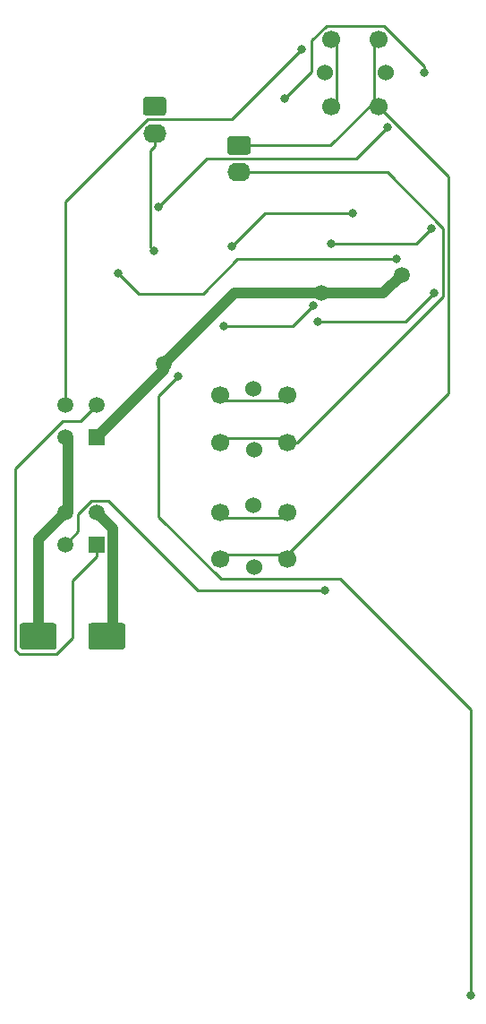
<source format=gbr>
G04 #@! TF.GenerationSoftware,KiCad,Pcbnew,(5.1.6)-1*
G04 #@! TF.CreationDate,2020-11-25T12:38:54+11:00*
G04 #@! TF.ProjectId,MasterModePushbutton,4d617374-6572-44d6-9f64-655075736862,rev?*
G04 #@! TF.SameCoordinates,Original*
G04 #@! TF.FileFunction,Copper,L2,Bot*
G04 #@! TF.FilePolarity,Positive*
%FSLAX46Y46*%
G04 Gerber Fmt 4.6, Leading zero omitted, Abs format (unit mm)*
G04 Created by KiCad (PCBNEW (5.1.6)-1) date 2020-11-25 12:38:54*
%MOMM*%
%LPD*%
G01*
G04 APERTURE LIST*
G04 #@! TA.AperFunction,ComponentPad*
%ADD10C,1.520000*%
G04 #@! TD*
G04 #@! TA.AperFunction,ComponentPad*
%ADD11R,1.520000X1.520000*%
G04 #@! TD*
G04 #@! TA.AperFunction,ComponentPad*
%ADD12C,1.524000*%
G04 #@! TD*
G04 #@! TA.AperFunction,ComponentPad*
%ADD13C,1.700000*%
G04 #@! TD*
G04 #@! TA.AperFunction,ComponentPad*
%ADD14O,2.190000X1.740000*%
G04 #@! TD*
G04 #@! TA.AperFunction,ViaPad*
%ADD15C,0.800000*%
G04 #@! TD*
G04 #@! TA.AperFunction,ViaPad*
%ADD16C,1.500000*%
G04 #@! TD*
G04 #@! TA.AperFunction,Conductor*
%ADD17C,0.250000*%
G04 #@! TD*
G04 #@! TA.AperFunction,Conductor*
%ADD18C,1.000000*%
G04 #@! TD*
G04 APERTURE END LIST*
D10*
X203468001Y-94705101D03*
X203468001Y-97705100D03*
X206468000Y-94705101D03*
D11*
X206468000Y-97705100D03*
D10*
X203471001Y-104865001D03*
X203471001Y-107865000D03*
X206471000Y-104865001D03*
D11*
X206471000Y-107865000D03*
G04 #@! TA.AperFunction,SMDPad,CuDef*
G36*
G01*
X202684000Y-115552000D02*
X202684000Y-117552000D01*
G75*
G02*
X202434000Y-117802000I-250000J0D01*
G01*
X199434000Y-117802000D01*
G75*
G02*
X199184000Y-117552000I0J250000D01*
G01*
X199184000Y-115552000D01*
G75*
G02*
X199434000Y-115302000I250000J0D01*
G01*
X202434000Y-115302000D01*
G75*
G02*
X202684000Y-115552000I0J-250000D01*
G01*
G37*
G04 #@! TD.AperFunction*
G04 #@! TA.AperFunction,SMDPad,CuDef*
G36*
G01*
X209184000Y-115552000D02*
X209184000Y-117552000D01*
G75*
G02*
X208934000Y-117802000I-250000J0D01*
G01*
X205934000Y-117802000D01*
G75*
G02*
X205684000Y-117552000I0J250000D01*
G01*
X205684000Y-115552000D01*
G75*
G02*
X205934000Y-115302000I250000J0D01*
G01*
X208934000Y-115302000D01*
G75*
G02*
X209184000Y-115552000I0J-250000D01*
G01*
G37*
G04 #@! TD.AperFunction*
D12*
X221367000Y-109973000D03*
X221327000Y-104182000D03*
D13*
X224502000Y-109262000D03*
X218152000Y-109262000D03*
X224502000Y-104817000D03*
X218152000Y-104817000D03*
D12*
X221367000Y-98949500D03*
X221327000Y-93158500D03*
D13*
X224502000Y-98238500D03*
X218152000Y-98238500D03*
X224502000Y-93793500D03*
X218152000Y-93793500D03*
D12*
X233850000Y-63262700D03*
X228059000Y-63302700D03*
D13*
X233139000Y-60127700D03*
X233139000Y-66477700D03*
X228694000Y-60127700D03*
X228694000Y-66477700D03*
D14*
X219930000Y-72711500D03*
G04 #@! TA.AperFunction,ComponentPad*
G36*
G01*
X219084999Y-69301500D02*
X220775001Y-69301500D01*
G75*
G02*
X221025000Y-69551499I0J-249999D01*
G01*
X221025000Y-70791501D01*
G75*
G02*
X220775001Y-71041500I-249999J0D01*
G01*
X219084999Y-71041500D01*
G75*
G02*
X218835000Y-70791501I0J249999D01*
G01*
X218835000Y-69551499D01*
G75*
G02*
X219084999Y-69301500I249999J0D01*
G01*
G37*
G04 #@! TD.AperFunction*
X211955000Y-69003100D03*
G04 #@! TA.AperFunction,ComponentPad*
G36*
G01*
X211109999Y-65593100D02*
X212800001Y-65593100D01*
G75*
G02*
X213050000Y-65843099I0J-249999D01*
G01*
X213050000Y-67083101D01*
G75*
G02*
X212800001Y-67333100I-249999J0D01*
G01*
X211109999Y-67333100D01*
G75*
G02*
X210860000Y-67083101I0J249999D01*
G01*
X210860000Y-65843099D01*
G75*
G02*
X211109999Y-65593100I249999J0D01*
G01*
G37*
G04 #@! TD.AperFunction*
D15*
X230683400Y-76593800D03*
X219258000Y-79721500D03*
X238141500Y-77995800D03*
X228661000Y-79445400D03*
X208538000Y-82258300D03*
X234814300Y-80878800D03*
X226929300Y-85289800D03*
X218521900Y-87214700D03*
X238422000Y-84098000D03*
X227370500Y-86815200D03*
X237464900Y-63272000D03*
X224251100Y-65771100D03*
X233995300Y-68458200D03*
X212350400Y-76001100D03*
X211856400Y-80081900D03*
X228087690Y-112171650D03*
X225873000Y-61067100D03*
D16*
X235301700Y-82396700D03*
X212811700Y-90814700D03*
X227758800Y-84133100D03*
D15*
X241827820Y-150486280D03*
X214174840Y-91967220D03*
D17*
X230683400Y-76593800D02*
X222385700Y-76593800D01*
X222385700Y-76593800D02*
X219258000Y-79721500D01*
X238141500Y-77995800D02*
X236691900Y-79445400D01*
X236691900Y-79445400D02*
X228661000Y-79445400D01*
X208538000Y-82258300D02*
X210442300Y-84162600D01*
X210442300Y-84162600D02*
X216522800Y-84162600D01*
X216522800Y-84162600D02*
X219806600Y-80878800D01*
X219806600Y-80878800D02*
X234814300Y-80878800D01*
X226929300Y-85289800D02*
X225004400Y-87214700D01*
X225004400Y-87214700D02*
X218521900Y-87214700D01*
X227370500Y-86815200D02*
X235704800Y-86815200D01*
X235704800Y-86815200D02*
X238422000Y-84098000D01*
X237464900Y-63272000D02*
X237464900Y-62678700D01*
X237464900Y-62678700D02*
X233638900Y-58852700D01*
X233638900Y-58852700D02*
X228192900Y-58852700D01*
X228192900Y-58852700D02*
X226797100Y-60248500D01*
X226797100Y-60248500D02*
X226797100Y-63225100D01*
X226797100Y-63225100D02*
X224251100Y-65771100D01*
X212350400Y-76001100D02*
X216909400Y-71442100D01*
X216909400Y-71442100D02*
X231011400Y-71442100D01*
X231011400Y-71442100D02*
X233995300Y-68458200D01*
X211955000Y-70248400D02*
X211571500Y-70631900D01*
X211571500Y-79797000D02*
X211856400Y-80081900D01*
X211571500Y-70631900D02*
X211571500Y-79797000D01*
X211955000Y-69003100D02*
X211955000Y-70248400D01*
X218152000Y-104817000D02*
X218657800Y-105322800D01*
X218657800Y-105322800D02*
X223996200Y-105322800D01*
X223996200Y-105322800D02*
X224502000Y-104817000D01*
X228694000Y-66477700D02*
X229199800Y-65971900D01*
X229199800Y-65971900D02*
X229199800Y-60633500D01*
X229199800Y-60633500D02*
X228694000Y-60127700D01*
X218152000Y-93793500D02*
X218657800Y-94299300D01*
X218657800Y-94299300D02*
X223996200Y-94299300D01*
X223996200Y-94299300D02*
X224502000Y-93793500D01*
X219930000Y-72711500D02*
X233953800Y-72711500D01*
X233953800Y-72711500D02*
X239252600Y-78010300D01*
X239252600Y-78010300D02*
X239252600Y-84411000D01*
X239252600Y-84411000D02*
X225425100Y-98238500D01*
X225425100Y-98238500D02*
X224502000Y-98238500D01*
X224502000Y-98238500D02*
X224046200Y-97782700D01*
X224046200Y-97782700D02*
X218607800Y-97782700D01*
X218607800Y-97782700D02*
X218152000Y-98238500D01*
X224502000Y-108806200D02*
X218607800Y-108806200D01*
X218607800Y-108806200D02*
X218152000Y-109262000D01*
X224502000Y-109262000D02*
X224502000Y-108806200D01*
X233139000Y-66477700D02*
X239762400Y-73101100D01*
X239762400Y-73101100D02*
X239762400Y-93545800D01*
X239762400Y-93545800D02*
X224502000Y-108806200D01*
X232706200Y-66044900D02*
X233139000Y-66477700D01*
X232706200Y-66044900D02*
X232706200Y-60560500D01*
X232706200Y-60560500D02*
X233139000Y-60127700D01*
X219930000Y-70171500D02*
X228579600Y-70171500D01*
X228579600Y-70171500D02*
X232706200Y-66044900D01*
X204671600Y-106664400D02*
X203471000Y-107865000D01*
X216039650Y-112171650D02*
X207583400Y-103715400D01*
X207583400Y-103715400D02*
X205997300Y-103715400D01*
X205997300Y-103715400D02*
X204671600Y-105041100D01*
X228087690Y-112171650D02*
X216039650Y-112171650D01*
X204671600Y-105041100D02*
X204671600Y-106664400D01*
X203468000Y-94705100D02*
X203468000Y-75503900D01*
X203468000Y-75503900D02*
X211262400Y-67709500D01*
X211262400Y-67709500D02*
X219230600Y-67709500D01*
X219230600Y-67709500D02*
X225873000Y-61067100D01*
X206471000Y-107865000D02*
X206471000Y-109000300D01*
X206471000Y-109000300D02*
X204184000Y-111287300D01*
X204184000Y-111287300D02*
X204184000Y-116738400D01*
X204184000Y-116738400D02*
X202696300Y-118226100D01*
X202696300Y-118226100D02*
X199166900Y-118226100D01*
X199166900Y-118226100D02*
X198799900Y-117859100D01*
X198799900Y-117859100D02*
X198799900Y-100698500D01*
X198799900Y-100698500D02*
X203293300Y-96205100D01*
X203293300Y-96205100D02*
X204968000Y-96205100D01*
X204968000Y-96205100D02*
X206468000Y-94705100D01*
D18*
X203471000Y-104865000D02*
X203796200Y-104539800D01*
X203796200Y-104539800D02*
X203796200Y-98033300D01*
X203796200Y-98033300D02*
X203468000Y-97705100D01*
X200934000Y-116552000D02*
X200934000Y-107402000D01*
X200934000Y-107402000D02*
X203471000Y-104865000D01*
X227758800Y-84133100D02*
X233565300Y-84133100D01*
X233565300Y-84133100D02*
X235301700Y-82396700D01*
X212811700Y-90814700D02*
X219493300Y-84133100D01*
X219493300Y-84133100D02*
X227758800Y-84133100D01*
X206468000Y-97705100D02*
X212811700Y-91361400D01*
X212811700Y-91361400D02*
X212811700Y-90814700D01*
X206471000Y-104865000D02*
X207981400Y-106375400D01*
X207981400Y-106375400D02*
X207981400Y-116004600D01*
X207981400Y-116004600D02*
X207434000Y-116552000D01*
D17*
X241827820Y-150486280D02*
X241827820Y-123485679D01*
X241827820Y-123485679D02*
X229468581Y-111126440D01*
X218203438Y-111126440D02*
X212310480Y-105233482D01*
X229468581Y-111126440D02*
X218203438Y-111126440D01*
X212310480Y-105233482D02*
X212310480Y-93831580D01*
X212310480Y-93831580D02*
X214174840Y-91967220D01*
X214174840Y-91967220D02*
X214174840Y-91967220D01*
M02*

</source>
